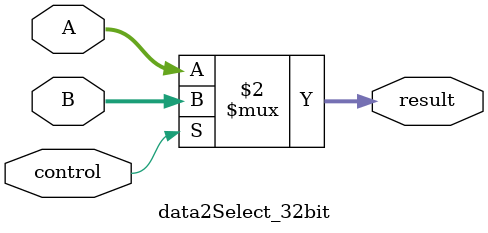
<source format=v>
`timescale 1ns / 1ps


module data2Select_32bit(
    input control,
    input [31:0] A,
    input [31:0] B,
    output [31:0] result
    );
    
    assign result = (control == 0)? A:B;
endmodule

</source>
